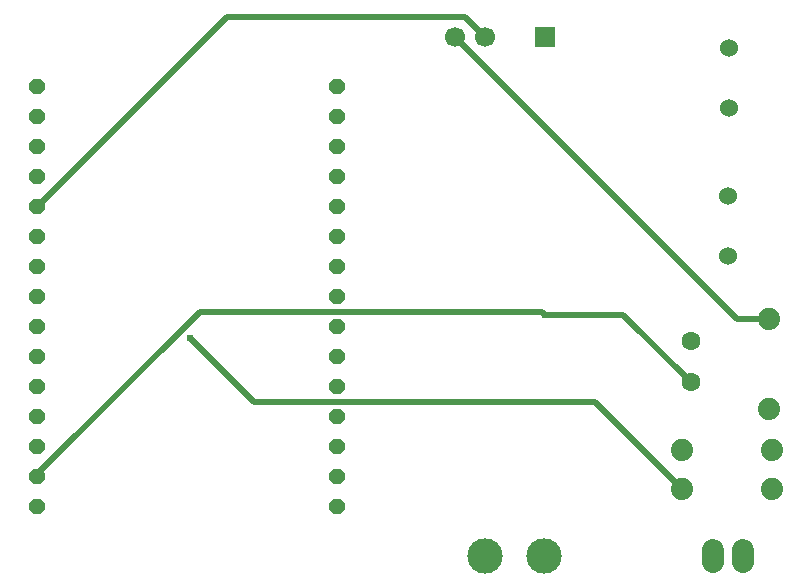
<source format=gtl>
G04 Layer: TopLayer*
G04 EasyEDA v6.4.7, 2020-12-03T10:34:31+05:30*
G04 2fbe05cc312c45c2a44f13524b8984d0,b6e8962e620740079bb188d2402746ea,10*
G04 Gerber Generator version 0.2*
G04 Scale: 100 percent, Rotated: No, Reflected: No *
G04 Dimensions in inches *
G04 leading zeros omitted , absolute positions ,2 integer and 4 decimal *
%FSLAX24Y24*%
%MOIN*%
G90*
D02*

%ADD11C,0.020000*%
%ADD12C,0.024000*%
%ADD13C,0.118110*%
%ADD14R,0.066929X0.066929*%
%ADD15C,0.066929*%
%ADD16C,0.074000*%
%ADD17C,0.060000*%
%ADD18C,0.062992*%
%ADD19C,0.074020*%

%LPD*%
G54D11*
G01X695Y13857D02*
G01X7018Y20180D01*
G01X14958Y20180D01*
G01X15639Y19500D01*
G01X25089Y10100D02*
G01X24039Y10100D01*
G01X14639Y19500D01*
G01X22489Y8000D02*
G01X20229Y10259D01*
G01X17639Y10259D01*
G01X17639Y10259D02*
G01X17543Y10357D01*
G01X6125Y10357D01*
G01X695Y4926D01*
G01X695Y4857D01*
G01X5805Y9490D02*
G01X7939Y7357D01*
G01X19282Y7357D01*
G01X22189Y4450D01*
G01X5805Y9490D02*
G01X7939Y7357D01*
G01X19282Y7357D01*
G01X22189Y4450D01*
G54D13*
G01X15639Y2200D03*
G01X17599Y2200D03*
G54D14*
G01X17639Y19500D03*
G54D15*
G01X15639Y19500D03*
G01X14639Y19500D03*
G36*
G01X954Y17964D02*
G01X802Y18115D01*
G01X588Y18115D01*
G01X436Y17964D01*
G01X436Y17749D01*
G01X588Y17598D01*
G01X802Y17598D01*
G01X954Y17749D01*
G01X954Y17964D01*
G37*
G36*
G01X954Y16964D02*
G01X802Y17115D01*
G01X588Y17115D01*
G01X436Y16964D01*
G01X436Y16749D01*
G01X588Y16598D01*
G01X802Y16598D01*
G01X954Y16749D01*
G01X954Y16964D01*
G37*
G36*
G01X954Y15964D02*
G01X802Y16115D01*
G01X588Y16115D01*
G01X436Y15964D01*
G01X436Y15749D01*
G01X588Y15598D01*
G01X802Y15598D01*
G01X954Y15749D01*
G01X954Y15964D01*
G37*
G36*
G01X954Y14964D02*
G01X802Y15115D01*
G01X588Y15115D01*
G01X436Y14964D01*
G01X436Y14749D01*
G01X588Y14598D01*
G01X802Y14598D01*
G01X954Y14749D01*
G01X954Y14964D01*
G37*
G36*
G01X954Y13964D02*
G01X802Y14115D01*
G01X588Y14115D01*
G01X436Y13964D01*
G01X436Y13749D01*
G01X588Y13598D01*
G01X802Y13598D01*
G01X954Y13749D01*
G01X954Y13964D01*
G37*
G36*
G01X954Y12964D02*
G01X802Y13115D01*
G01X588Y13115D01*
G01X436Y12964D01*
G01X436Y12749D01*
G01X588Y12598D01*
G01X802Y12598D01*
G01X954Y12749D01*
G01X954Y12964D01*
G37*
G36*
G01X954Y11964D02*
G01X802Y12115D01*
G01X588Y12115D01*
G01X436Y11964D01*
G01X436Y11749D01*
G01X588Y11598D01*
G01X802Y11598D01*
G01X954Y11749D01*
G01X954Y11964D01*
G37*
G36*
G01X954Y10964D02*
G01X802Y11115D01*
G01X588Y11115D01*
G01X436Y10964D01*
G01X436Y10749D01*
G01X588Y10598D01*
G01X802Y10598D01*
G01X954Y10749D01*
G01X954Y10964D01*
G37*
G36*
G01X954Y9964D02*
G01X802Y10115D01*
G01X588Y10115D01*
G01X436Y9964D01*
G01X436Y9749D01*
G01X588Y9598D01*
G01X802Y9598D01*
G01X954Y9749D01*
G01X954Y9964D01*
G37*
G36*
G01X954Y8964D02*
G01X802Y9115D01*
G01X588Y9115D01*
G01X436Y8964D01*
G01X436Y8749D01*
G01X588Y8598D01*
G01X802Y8598D01*
G01X954Y8749D01*
G01X954Y8964D01*
G37*
G36*
G01X954Y7964D02*
G01X802Y8115D01*
G01X588Y8115D01*
G01X436Y7964D01*
G01X436Y7749D01*
G01X588Y7598D01*
G01X802Y7598D01*
G01X954Y7749D01*
G01X954Y7964D01*
G37*
G36*
G01X954Y6964D02*
G01X802Y7115D01*
G01X588Y7115D01*
G01X436Y6964D01*
G01X436Y6749D01*
G01X588Y6598D01*
G01X802Y6598D01*
G01X954Y6749D01*
G01X954Y6964D01*
G37*
G36*
G01X954Y5964D02*
G01X802Y6115D01*
G01X588Y6115D01*
G01X436Y5964D01*
G01X436Y5749D01*
G01X588Y5598D01*
G01X802Y5598D01*
G01X954Y5749D01*
G01X954Y5964D01*
G37*
G36*
G01X954Y4964D02*
G01X802Y5115D01*
G01X588Y5115D01*
G01X436Y4964D01*
G01X436Y4749D01*
G01X588Y4598D01*
G01X802Y4598D01*
G01X954Y4749D01*
G01X954Y4964D01*
G37*
G36*
G01X954Y3964D02*
G01X802Y4115D01*
G01X588Y4115D01*
G01X436Y3964D01*
G01X436Y3749D01*
G01X588Y3598D01*
G01X802Y3598D01*
G01X954Y3749D01*
G01X954Y3964D01*
G37*
G36*
G01X10954Y17964D02*
G01X10802Y18115D01*
G01X10588Y18115D01*
G01X10436Y17964D01*
G01X10436Y17749D01*
G01X10588Y17598D01*
G01X10802Y17598D01*
G01X10954Y17749D01*
G01X10954Y17964D01*
G37*
G36*
G01X10954Y16964D02*
G01X10802Y17115D01*
G01X10588Y17115D01*
G01X10436Y16964D01*
G01X10436Y16749D01*
G01X10588Y16598D01*
G01X10802Y16598D01*
G01X10954Y16749D01*
G01X10954Y16964D01*
G37*
G36*
G01X10954Y15964D02*
G01X10802Y16115D01*
G01X10588Y16115D01*
G01X10436Y15964D01*
G01X10436Y15749D01*
G01X10588Y15598D01*
G01X10802Y15598D01*
G01X10954Y15749D01*
G01X10954Y15964D01*
G37*
G36*
G01X10954Y14964D02*
G01X10802Y15115D01*
G01X10588Y15115D01*
G01X10436Y14964D01*
G01X10436Y14749D01*
G01X10588Y14598D01*
G01X10802Y14598D01*
G01X10954Y14749D01*
G01X10954Y14964D01*
G37*
G36*
G01X10954Y13964D02*
G01X10802Y14115D01*
G01X10588Y14115D01*
G01X10436Y13964D01*
G01X10436Y13749D01*
G01X10588Y13598D01*
G01X10802Y13598D01*
G01X10954Y13749D01*
G01X10954Y13964D01*
G37*
G36*
G01X10954Y12964D02*
G01X10802Y13115D01*
G01X10588Y13115D01*
G01X10436Y12964D01*
G01X10436Y12749D01*
G01X10588Y12598D01*
G01X10802Y12598D01*
G01X10954Y12749D01*
G01X10954Y12964D01*
G37*
G36*
G01X10954Y11964D02*
G01X10802Y12115D01*
G01X10588Y12115D01*
G01X10436Y11964D01*
G01X10436Y11749D01*
G01X10588Y11598D01*
G01X10802Y11598D01*
G01X10954Y11749D01*
G01X10954Y11964D01*
G37*
G36*
G01X10954Y10964D02*
G01X10802Y11115D01*
G01X10588Y11115D01*
G01X10436Y10964D01*
G01X10436Y10749D01*
G01X10588Y10598D01*
G01X10802Y10598D01*
G01X10954Y10749D01*
G01X10954Y10964D01*
G37*
G36*
G01X10954Y9964D02*
G01X10802Y10115D01*
G01X10588Y10115D01*
G01X10436Y9964D01*
G01X10436Y9749D01*
G01X10588Y9598D01*
G01X10802Y9598D01*
G01X10954Y9749D01*
G01X10954Y9964D01*
G37*
G36*
G01X10954Y8964D02*
G01X10802Y9115D01*
G01X10588Y9115D01*
G01X10436Y8964D01*
G01X10436Y8749D01*
G01X10588Y8598D01*
G01X10802Y8598D01*
G01X10954Y8749D01*
G01X10954Y8964D01*
G37*
G36*
G01X10954Y7964D02*
G01X10802Y8115D01*
G01X10588Y8115D01*
G01X10436Y7964D01*
G01X10436Y7749D01*
G01X10588Y7598D01*
G01X10802Y7598D01*
G01X10954Y7749D01*
G01X10954Y7964D01*
G37*
G36*
G01X10954Y6964D02*
G01X10802Y7115D01*
G01X10588Y7115D01*
G01X10436Y6964D01*
G01X10436Y6749D01*
G01X10588Y6598D01*
G01X10802Y6598D01*
G01X10954Y6749D01*
G01X10954Y6964D01*
G37*
G36*
G01X10954Y5964D02*
G01X10802Y6115D01*
G01X10588Y6115D01*
G01X10436Y5964D01*
G01X10436Y5749D01*
G01X10588Y5598D01*
G01X10802Y5598D01*
G01X10954Y5749D01*
G01X10954Y5964D01*
G37*
G36*
G01X10954Y4964D02*
G01X10802Y5115D01*
G01X10588Y5115D01*
G01X10436Y4964D01*
G01X10436Y4749D01*
G01X10588Y4598D01*
G01X10802Y4598D01*
G01X10954Y4749D01*
G01X10954Y4964D01*
G37*
G36*
G01X10954Y3964D02*
G01X10802Y4115D01*
G01X10588Y4115D01*
G01X10436Y3964D01*
G01X10436Y3749D01*
G01X10588Y3598D01*
G01X10802Y3598D01*
G01X10954Y3749D01*
G01X10954Y3964D01*
G37*
G54D16*
G01X25089Y7100D03*
G01X25089Y10100D03*
G01X22189Y5750D03*
G01X25189Y5750D03*
G01X22189Y4450D03*
G01X25189Y4450D03*
G54D17*
G01X23717Y14200D03*
G01X23717Y12200D03*
G01X23767Y19150D03*
G01X23767Y17150D03*
G54D18*
G01X22489Y8000D03*
G01X22489Y9378D03*
G54D12*
G01X17639Y10259D03*
G01X5805Y9490D03*
G54D16*
G01X23239Y2396D02*
G01X23239Y2003D01*
G54D19*
G01X24239Y2396D02*
G01X24239Y2003D01*
M00*
M02*

</source>
